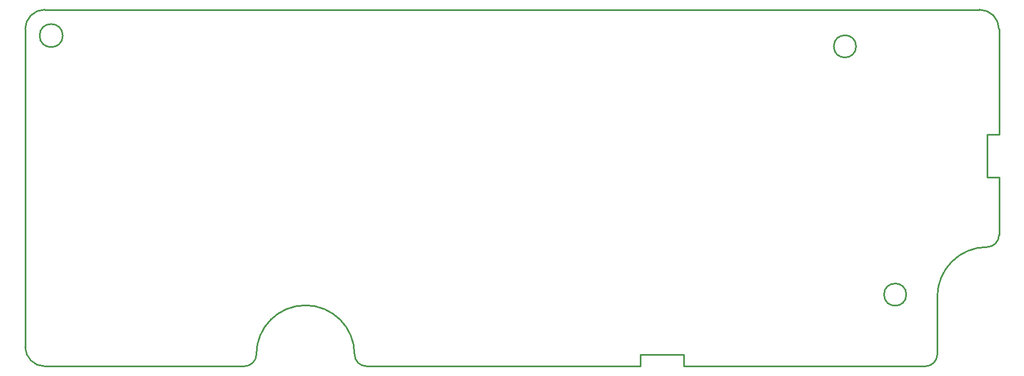
<source format=gbr>
%TF.GenerationSoftware,KiCad,Pcbnew,7.0.8*%
%TF.CreationDate,2024-04-29T16:46:22-06:00*%
%TF.ProjectId,GR-LRR-POWER-PCB-LOW-VOLTAGE,47522d4c-5252-42d5-904f-5745522d5043,rev?*%
%TF.SameCoordinates,Original*%
%TF.FileFunction,Profile,NP*%
%FSLAX46Y46*%
G04 Gerber Fmt 4.6, Leading zero omitted, Abs format (unit mm)*
G04 Created by KiCad (PCBNEW 7.0.8) date 2024-04-29 16:46:22*
%MOMM*%
%LPD*%
G01*
G04 APERTURE LIST*
%TA.AperFunction,Profile*%
%ADD10C,0.250000*%
%TD*%
G04 APERTURE END LIST*
D10*
X257716823Y-132797421D02*
X257716823Y-126139285D01*
X204279985Y-161901800D02*
X204279985Y-160107023D01*
X143283553Y-161901800D02*
G75*
G03*
X145122700Y-160062653I147J1839000D01*
G01*
X210938121Y-160107023D02*
X210938121Y-161901800D01*
X160240406Y-160062653D02*
G75*
G03*
X145122700Y-160062653I-7558853J0D01*
G01*
X245232803Y-150855153D02*
G75*
G03*
X245232803Y-150855153I-1714500J0D01*
G01*
X257672453Y-143512200D02*
G75*
G03*
X250012000Y-151172653I147J-7660600D01*
G01*
X112511600Y-106901800D02*
X256511600Y-106901800D01*
X257716823Y-126139285D02*
X259511600Y-126139285D01*
X160240400Y-160062653D02*
G75*
G03*
X162079553Y-161901800I1839100J-47D01*
G01*
X259511600Y-126139285D02*
X259511600Y-109901800D01*
X112511600Y-106901800D02*
G75*
G03*
X109511600Y-109901800I0J-3000000D01*
G01*
X237492153Y-112564653D02*
G75*
G03*
X237492153Y-112564653I-1714500J0D01*
G01*
X204279985Y-160107023D02*
X210938121Y-160107023D01*
X112511600Y-161901800D02*
X143283553Y-161901800D01*
X257672453Y-143512200D02*
G75*
G03*
X259511600Y-141673053I147J1839000D01*
G01*
X248172853Y-161901800D02*
G75*
G03*
X250012000Y-160062653I147J1839000D01*
G01*
X162079553Y-161901800D02*
X204279985Y-161901800D01*
X109511600Y-158901800D02*
G75*
G03*
X112511600Y-161901800I3000000J0D01*
G01*
X259511600Y-132797421D02*
X257716823Y-132797421D01*
X259511600Y-109901800D02*
G75*
G03*
X256511600Y-106901800I-3000000J0D01*
G01*
X109511600Y-109901800D02*
X109511600Y-158901800D01*
X250012000Y-160062653D02*
X250012000Y-151172653D01*
X210938121Y-161901800D02*
X248172853Y-161901800D01*
X115295610Y-110901800D02*
G75*
G03*
X115295610Y-110901800I-1784010J0D01*
G01*
X259511600Y-141673053D02*
X259511600Y-132797421D01*
M02*

</source>
